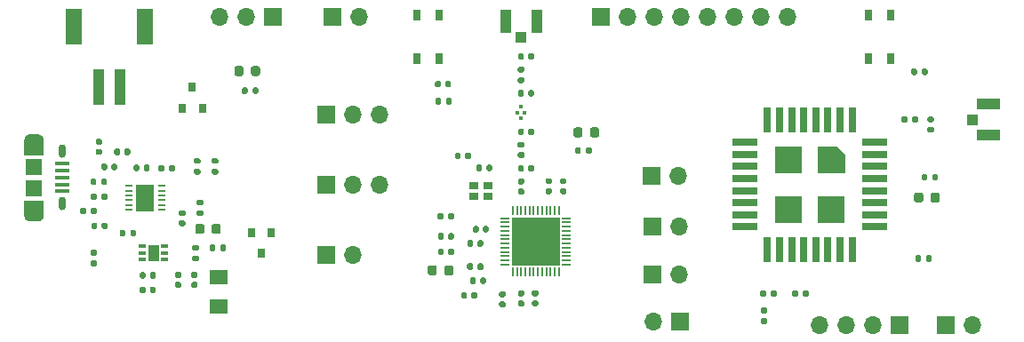
<source format=gts>
G04 #@! TF.GenerationSoftware,KiCad,Pcbnew,(5.1.8)-1*
G04 #@! TF.CreationDate,2021-03-12T19:43:42-03:00*
G04 #@! TF.ProjectId,Vaccine_Layout_V2,56616363-696e-4655-9f4c-61796f75745f,3.3*
G04 #@! TF.SameCoordinates,Original*
G04 #@! TF.FileFunction,Soldermask,Top*
G04 #@! TF.FilePolarity,Negative*
%FSLAX46Y46*%
G04 Gerber Fmt 4.6, Leading zero omitted, Abs format (unit mm)*
G04 Created by KiCad (PCBNEW (5.1.8)-1) date 2021-03-12 19:43:42*
%MOMM*%
%LPD*%
G01*
G04 APERTURE LIST*
%ADD10C,0.000100*%
%ADD11R,1.700000X1.700000*%
%ADD12O,1.700000X1.700000*%
%ADD13R,0.804800X0.203200*%
%ADD14R,0.203200X0.804800*%
%ADD15R,4.597400X4.597400*%
%ADD16R,0.750000X2.400000*%
%ADD17R,2.400000X0.750000*%
%ADD18R,2.600000X2.600000*%
%ADD19C,0.100000*%
%ADD20R,0.650000X0.250000*%
%ADD21R,1.700000X2.500000*%
%ADD22R,2.200000X1.050000*%
%ADD23R,1.050000X1.000000*%
%ADD24R,1.350000X0.400000*%
%ADD25O,0.650000X1.300000*%
%ADD26O,1.550000X0.775000*%
%ADD27R,1.550000X1.500000*%
%ADD28R,1.000000X3.500000*%
%ADD29R,1.500000X3.400000*%
%ADD30R,0.450000X0.300000*%
%ADD31R,0.300000X0.450000*%
%ADD32R,0.650000X1.050000*%
%ADD33R,1.050000X2.200000*%
%ADD34R,1.000000X1.050000*%
%ADD35R,1.800000X1.340000*%
%ADD36R,0.800000X0.900000*%
%ADD37R,0.690000X0.320000*%
%ADD38R,1.000000X1.600000*%
%ADD39R,0.850000X0.750000*%
G04 APERTURE END LIST*
D10*
G04 #@! TO.C,CN2*
G36*
X39375000Y-93520000D02*
G01*
X39375000Y-92120000D01*
X41125000Y-92120000D01*
X41125000Y-93520000D01*
X41124315Y-93546168D01*
X41122261Y-93572264D01*
X41118844Y-93598217D01*
X41114074Y-93623956D01*
X41107963Y-93649410D01*
X41100528Y-93674508D01*
X41091790Y-93699184D01*
X41081773Y-93723368D01*
X41070503Y-93746995D01*
X41058013Y-93770000D01*
X41044335Y-93792320D01*
X41029508Y-93813893D01*
X41013573Y-93834660D01*
X40996572Y-93854565D01*
X40978553Y-93873553D01*
X40959565Y-93891572D01*
X40939660Y-93908573D01*
X40918893Y-93924508D01*
X40897320Y-93939335D01*
X40875000Y-93953013D01*
X40851995Y-93965503D01*
X40828368Y-93976773D01*
X40804184Y-93986790D01*
X40779508Y-93995528D01*
X40754410Y-94002963D01*
X40728956Y-94009074D01*
X40703217Y-94013844D01*
X40677264Y-94017261D01*
X40651168Y-94019315D01*
X40625000Y-94020000D01*
X39875000Y-94020000D01*
X39848832Y-94019315D01*
X39822736Y-94017261D01*
X39796783Y-94013844D01*
X39771044Y-94009074D01*
X39745590Y-94002963D01*
X39720492Y-93995528D01*
X39695816Y-93986790D01*
X39671632Y-93976773D01*
X39648005Y-93965503D01*
X39625000Y-93953013D01*
X39602680Y-93939335D01*
X39581107Y-93924508D01*
X39560340Y-93908573D01*
X39540435Y-93891572D01*
X39521447Y-93873553D01*
X39503428Y-93854565D01*
X39486427Y-93834660D01*
X39470492Y-93813893D01*
X39455665Y-93792320D01*
X39441987Y-93770000D01*
X39429497Y-93746995D01*
X39418227Y-93723368D01*
X39408210Y-93699184D01*
X39399472Y-93674508D01*
X39392037Y-93649410D01*
X39385926Y-93623956D01*
X39381156Y-93598217D01*
X39377739Y-93572264D01*
X39375685Y-93546168D01*
X39375000Y-93520000D01*
G37*
X39375000Y-93520000D02*
X39375000Y-92120000D01*
X41125000Y-92120000D01*
X41125000Y-93520000D01*
X41124315Y-93546168D01*
X41122261Y-93572264D01*
X41118844Y-93598217D01*
X41114074Y-93623956D01*
X41107963Y-93649410D01*
X41100528Y-93674508D01*
X41091790Y-93699184D01*
X41081773Y-93723368D01*
X41070503Y-93746995D01*
X41058013Y-93770000D01*
X41044335Y-93792320D01*
X41029508Y-93813893D01*
X41013573Y-93834660D01*
X40996572Y-93854565D01*
X40978553Y-93873553D01*
X40959565Y-93891572D01*
X40939660Y-93908573D01*
X40918893Y-93924508D01*
X40897320Y-93939335D01*
X40875000Y-93953013D01*
X40851995Y-93965503D01*
X40828368Y-93976773D01*
X40804184Y-93986790D01*
X40779508Y-93995528D01*
X40754410Y-94002963D01*
X40728956Y-94009074D01*
X40703217Y-94013844D01*
X40677264Y-94017261D01*
X40651168Y-94019315D01*
X40625000Y-94020000D01*
X39875000Y-94020000D01*
X39848832Y-94019315D01*
X39822736Y-94017261D01*
X39796783Y-94013844D01*
X39771044Y-94009074D01*
X39745590Y-94002963D01*
X39720492Y-93995528D01*
X39695816Y-93986790D01*
X39671632Y-93976773D01*
X39648005Y-93965503D01*
X39625000Y-93953013D01*
X39602680Y-93939335D01*
X39581107Y-93924508D01*
X39560340Y-93908573D01*
X39540435Y-93891572D01*
X39521447Y-93873553D01*
X39503428Y-93854565D01*
X39486427Y-93834660D01*
X39470492Y-93813893D01*
X39455665Y-93792320D01*
X39441987Y-93770000D01*
X39429497Y-93746995D01*
X39418227Y-93723368D01*
X39408210Y-93699184D01*
X39399472Y-93674508D01*
X39392037Y-93649410D01*
X39385926Y-93623956D01*
X39381156Y-93598217D01*
X39377739Y-93572264D01*
X39375685Y-93546168D01*
X39375000Y-93520000D01*
G36*
X41125000Y-86320000D02*
G01*
X41125000Y-87720000D01*
X39375000Y-87720000D01*
X39375000Y-86320000D01*
X39375685Y-86293832D01*
X39377739Y-86267736D01*
X39381156Y-86241783D01*
X39385926Y-86216044D01*
X39392037Y-86190590D01*
X39399472Y-86165492D01*
X39408210Y-86140816D01*
X39418227Y-86116632D01*
X39429497Y-86093005D01*
X39441987Y-86070000D01*
X39455665Y-86047680D01*
X39470492Y-86026107D01*
X39486427Y-86005340D01*
X39503428Y-85985435D01*
X39521447Y-85966447D01*
X39540435Y-85948428D01*
X39560340Y-85931427D01*
X39581107Y-85915492D01*
X39602680Y-85900665D01*
X39625000Y-85886987D01*
X39648005Y-85874497D01*
X39671632Y-85863227D01*
X39695816Y-85853210D01*
X39720492Y-85844472D01*
X39745590Y-85837037D01*
X39771044Y-85830926D01*
X39796783Y-85826156D01*
X39822736Y-85822739D01*
X39848832Y-85820685D01*
X39875000Y-85820000D01*
X40625000Y-85820000D01*
X40651168Y-85820685D01*
X40677264Y-85822739D01*
X40703217Y-85826156D01*
X40728956Y-85830926D01*
X40754410Y-85837037D01*
X40779508Y-85844472D01*
X40804184Y-85853210D01*
X40828368Y-85863227D01*
X40851995Y-85874497D01*
X40875000Y-85886987D01*
X40897320Y-85900665D01*
X40918893Y-85915492D01*
X40939660Y-85931427D01*
X40959565Y-85948428D01*
X40978553Y-85966447D01*
X40996572Y-85985435D01*
X41013573Y-86005340D01*
X41029508Y-86026107D01*
X41044335Y-86047680D01*
X41058013Y-86070000D01*
X41070503Y-86093005D01*
X41081773Y-86116632D01*
X41091790Y-86140816D01*
X41100528Y-86165492D01*
X41107963Y-86190590D01*
X41114074Y-86216044D01*
X41118844Y-86241783D01*
X41122261Y-86267736D01*
X41124315Y-86293832D01*
X41125000Y-86320000D01*
G37*
X41125000Y-86320000D02*
X41125000Y-87720000D01*
X39375000Y-87720000D01*
X39375000Y-86320000D01*
X39375685Y-86293832D01*
X39377739Y-86267736D01*
X39381156Y-86241783D01*
X39385926Y-86216044D01*
X39392037Y-86190590D01*
X39399472Y-86165492D01*
X39408210Y-86140816D01*
X39418227Y-86116632D01*
X39429497Y-86093005D01*
X39441987Y-86070000D01*
X39455665Y-86047680D01*
X39470492Y-86026107D01*
X39486427Y-86005340D01*
X39503428Y-85985435D01*
X39521447Y-85966447D01*
X39540435Y-85948428D01*
X39560340Y-85931427D01*
X39581107Y-85915492D01*
X39602680Y-85900665D01*
X39625000Y-85886987D01*
X39648005Y-85874497D01*
X39671632Y-85863227D01*
X39695816Y-85853210D01*
X39720492Y-85844472D01*
X39745590Y-85837037D01*
X39771044Y-85830926D01*
X39796783Y-85826156D01*
X39822736Y-85822739D01*
X39848832Y-85820685D01*
X39875000Y-85820000D01*
X40625000Y-85820000D01*
X40651168Y-85820685D01*
X40677264Y-85822739D01*
X40703217Y-85826156D01*
X40728956Y-85830926D01*
X40754410Y-85837037D01*
X40779508Y-85844472D01*
X40804184Y-85853210D01*
X40828368Y-85863227D01*
X40851995Y-85874497D01*
X40875000Y-85886987D01*
X40897320Y-85900665D01*
X40918893Y-85915492D01*
X40939660Y-85931427D01*
X40959565Y-85948428D01*
X40978553Y-85966447D01*
X40996572Y-85985435D01*
X41013573Y-86005340D01*
X41029508Y-86026107D01*
X41044335Y-86047680D01*
X41058013Y-86070000D01*
X41070503Y-86093005D01*
X41081773Y-86116632D01*
X41091790Y-86140816D01*
X41100528Y-86165492D01*
X41107963Y-86190590D01*
X41114074Y-86216044D01*
X41118844Y-86241783D01*
X41122261Y-86267736D01*
X41124315Y-86293832D01*
X41125000Y-86320000D01*
G04 #@! TD*
D11*
G04 #@! TO.C,RX_Header1*
X68110000Y-90610000D03*
D12*
X70650000Y-90610000D03*
X73190000Y-90610000D03*
G04 #@! TD*
D13*
G04 #@! TO.C,U2*
X91011000Y-98205001D03*
X91011000Y-97804999D03*
X91011000Y-97405000D03*
X91011000Y-97005001D03*
X91011000Y-96604999D03*
X91011000Y-96205000D03*
X91011000Y-95805000D03*
X91011000Y-95405001D03*
X91011000Y-95004999D03*
X91011000Y-94605000D03*
X91011000Y-94205001D03*
X91011000Y-93804999D03*
D14*
X90286001Y-93080000D03*
X89885999Y-93080000D03*
X89486000Y-93080000D03*
X89086001Y-93080000D03*
X88685999Y-93080000D03*
X88286000Y-93080000D03*
X87886000Y-93080000D03*
X87486001Y-93080000D03*
X87085999Y-93080000D03*
X86686000Y-93080000D03*
X86286001Y-93080000D03*
X85885999Y-93080000D03*
D13*
X85161000Y-93804999D03*
X85161000Y-94205001D03*
X85161000Y-94605000D03*
X85161000Y-95004999D03*
X85161000Y-95405001D03*
X85161000Y-95805000D03*
X85161000Y-96205000D03*
X85161000Y-96604999D03*
X85161000Y-97005001D03*
X85161000Y-97405000D03*
X85161000Y-97804999D03*
X85161000Y-98205001D03*
D14*
X85885999Y-98930000D03*
X86286001Y-98930000D03*
X86686000Y-98930000D03*
X87085999Y-98930000D03*
X87486001Y-98930000D03*
X87886000Y-98930000D03*
X88286000Y-98930000D03*
X88685999Y-98930000D03*
X89086001Y-98930000D03*
X89486000Y-98930000D03*
X89885999Y-98930000D03*
X90286001Y-98930000D03*
D15*
X88086000Y-96005000D03*
G04 #@! TD*
G04 #@! TO.C,C17*
G36*
G01*
X78490000Y-81190000D02*
X78490000Y-80850000D01*
G75*
G02*
X78630000Y-80710000I140000J0D01*
G01*
X78910000Y-80710000D01*
G75*
G02*
X79050000Y-80850000I0J-140000D01*
G01*
X79050000Y-81190000D01*
G75*
G02*
X78910000Y-81330000I-140000J0D01*
G01*
X78630000Y-81330000D01*
G75*
G02*
X78490000Y-81190000I0J140000D01*
G01*
G37*
G36*
G01*
X79450000Y-81190000D02*
X79450000Y-80850000D01*
G75*
G02*
X79590000Y-80710000I140000J0D01*
G01*
X79870000Y-80710000D01*
G75*
G02*
X80010000Y-80850000I0J-140000D01*
G01*
X80010000Y-81190000D01*
G75*
G02*
X79870000Y-81330000I-140000J0D01*
G01*
X79590000Y-81330000D01*
G75*
G02*
X79450000Y-81190000I0J140000D01*
G01*
G37*
G04 #@! TD*
D12*
G04 #@! TO.C,Seal_Connector1*
X99240000Y-103660000D03*
D11*
X101780000Y-103660000D03*
G04 #@! TD*
D16*
G04 #@! TO.C,U1*
X118205000Y-84390000D03*
X117055000Y-84390000D03*
X115905000Y-84390000D03*
X114755000Y-84390000D03*
X113605000Y-84390000D03*
X112455000Y-84390000D03*
X111305000Y-84390000D03*
X110155000Y-84390000D03*
D17*
X107980000Y-86565000D03*
X107980000Y-87715000D03*
X107980000Y-88865000D03*
X107980000Y-90015000D03*
X107980000Y-91165000D03*
X107980000Y-92315000D03*
X107980000Y-93465000D03*
X107980000Y-94615000D03*
D16*
X110155000Y-96790000D03*
X111305000Y-96790000D03*
X112455000Y-96790000D03*
X113605000Y-96790000D03*
X114755000Y-96790000D03*
X115905000Y-96790000D03*
X117055000Y-96790000D03*
X118205000Y-96790000D03*
D17*
X120380000Y-94615000D03*
X120380000Y-93465000D03*
X120380000Y-92315000D03*
X120380000Y-91165000D03*
X120380000Y-90015000D03*
X120380000Y-88865000D03*
X120380000Y-87715000D03*
X120380000Y-86565000D03*
D18*
X116230000Y-92940000D03*
X112130000Y-88240000D03*
X112130000Y-92940000D03*
D19*
G36*
X114930000Y-89540000D02*
G01*
X114930000Y-86940000D01*
X116730000Y-86940000D01*
X117530000Y-87740000D01*
X117530000Y-89540000D01*
X114930000Y-89540000D01*
G37*
G04 #@! TD*
G04 #@! TO.C,C31*
G36*
G01*
X54570000Y-93600000D02*
X54230000Y-93600000D01*
G75*
G02*
X54090000Y-93460000I0J140000D01*
G01*
X54090000Y-93180000D01*
G75*
G02*
X54230000Y-93040000I140000J0D01*
G01*
X54570000Y-93040000D01*
G75*
G02*
X54710000Y-93180000I0J-140000D01*
G01*
X54710000Y-93460000D01*
G75*
G02*
X54570000Y-93600000I-140000J0D01*
G01*
G37*
G36*
G01*
X54570000Y-94560000D02*
X54230000Y-94560000D01*
G75*
G02*
X54090000Y-94420000I0J140000D01*
G01*
X54090000Y-94140000D01*
G75*
G02*
X54230000Y-94000000I140000J0D01*
G01*
X54570000Y-94000000D01*
G75*
G02*
X54710000Y-94140000I0J-140000D01*
G01*
X54710000Y-94420000D01*
G75*
G02*
X54570000Y-94560000I-140000J0D01*
G01*
G37*
G04 #@! TD*
G04 #@! TO.C,R30*
G36*
G01*
X55905000Y-92030000D02*
X56275000Y-92030000D01*
G75*
G02*
X56410000Y-92165000I0J-135000D01*
G01*
X56410000Y-92435000D01*
G75*
G02*
X56275000Y-92570000I-135000J0D01*
G01*
X55905000Y-92570000D01*
G75*
G02*
X55770000Y-92435000I0J135000D01*
G01*
X55770000Y-92165000D01*
G75*
G02*
X55905000Y-92030000I135000J0D01*
G01*
G37*
G36*
G01*
X55905000Y-93050000D02*
X56275000Y-93050000D01*
G75*
G02*
X56410000Y-93185000I0J-135000D01*
G01*
X56410000Y-93455000D01*
G75*
G02*
X56275000Y-93590000I-135000J0D01*
G01*
X55905000Y-93590000D01*
G75*
G02*
X55770000Y-93455000I0J135000D01*
G01*
X55770000Y-93185000D01*
G75*
G02*
X55905000Y-93050000I135000J0D01*
G01*
G37*
G04 #@! TD*
D20*
G04 #@! TO.C,U4*
X52420000Y-92985000D03*
X52420000Y-92535000D03*
X52420000Y-92085000D03*
X52420000Y-91635000D03*
X52420000Y-91185000D03*
X52420000Y-90735000D03*
X49320000Y-90735000D03*
X49320000Y-91185000D03*
X49320000Y-91635000D03*
X49320000Y-92085000D03*
X49320000Y-92535000D03*
X49320000Y-92985000D03*
D21*
X50870000Y-91860000D03*
G04 #@! TD*
G04 #@! TO.C,L1*
G36*
G01*
X123895000Y-84562500D02*
X123895000Y-84217500D01*
G75*
G02*
X124042500Y-84070000I147500J0D01*
G01*
X124337500Y-84070000D01*
G75*
G02*
X124485000Y-84217500I0J-147500D01*
G01*
X124485000Y-84562500D01*
G75*
G02*
X124337500Y-84710000I-147500J0D01*
G01*
X124042500Y-84710000D01*
G75*
G02*
X123895000Y-84562500I0J147500D01*
G01*
G37*
G36*
G01*
X122925000Y-84562500D02*
X122925000Y-84217500D01*
G75*
G02*
X123072500Y-84070000I147500J0D01*
G01*
X123367500Y-84070000D01*
G75*
G02*
X123515000Y-84217500I0J-147500D01*
G01*
X123515000Y-84562500D01*
G75*
G02*
X123367500Y-84710000I-147500J0D01*
G01*
X123072500Y-84710000D01*
G75*
G02*
X122925000Y-84562500I0J147500D01*
G01*
G37*
G04 #@! TD*
D22*
G04 #@! TO.C,CN1*
X131205000Y-82915000D03*
X131205000Y-85865000D03*
D23*
X129680000Y-84390000D03*
G04 #@! TD*
G04 #@! TO.C,C13*
G36*
G01*
X125535000Y-84110000D02*
X125875000Y-84110000D01*
G75*
G02*
X126015000Y-84250000I0J-140000D01*
G01*
X126015000Y-84530000D01*
G75*
G02*
X125875000Y-84670000I-140000J0D01*
G01*
X125535000Y-84670000D01*
G75*
G02*
X125395000Y-84530000I0J140000D01*
G01*
X125395000Y-84250000D01*
G75*
G02*
X125535000Y-84110000I140000J0D01*
G01*
G37*
G36*
G01*
X125535000Y-85070000D02*
X125875000Y-85070000D01*
G75*
G02*
X126015000Y-85210000I0J-140000D01*
G01*
X126015000Y-85490000D01*
G75*
G02*
X125875000Y-85630000I-140000J0D01*
G01*
X125535000Y-85630000D01*
G75*
G02*
X125395000Y-85490000I0J140000D01*
G01*
X125395000Y-85210000D01*
G75*
G02*
X125535000Y-85070000I140000J0D01*
G01*
G37*
G04 #@! TD*
G04 #@! TO.C,C1*
G36*
G01*
X46300000Y-86240000D02*
X46640000Y-86240000D01*
G75*
G02*
X46780000Y-86380000I0J-140000D01*
G01*
X46780000Y-86660000D01*
G75*
G02*
X46640000Y-86800000I-140000J0D01*
G01*
X46300000Y-86800000D01*
G75*
G02*
X46160000Y-86660000I0J140000D01*
G01*
X46160000Y-86380000D01*
G75*
G02*
X46300000Y-86240000I140000J0D01*
G01*
G37*
G36*
G01*
X46300000Y-87200000D02*
X46640000Y-87200000D01*
G75*
G02*
X46780000Y-87340000I0J-140000D01*
G01*
X46780000Y-87620000D01*
G75*
G02*
X46640000Y-87760000I-140000J0D01*
G01*
X46300000Y-87760000D01*
G75*
G02*
X46160000Y-87620000I0J140000D01*
G01*
X46160000Y-87340000D01*
G75*
G02*
X46300000Y-87200000I140000J0D01*
G01*
G37*
G04 #@! TD*
G04 #@! TO.C,C4*
G36*
G01*
X53840000Y-98920000D02*
X54180000Y-98920000D01*
G75*
G02*
X54320000Y-99060000I0J-140000D01*
G01*
X54320000Y-99340000D01*
G75*
G02*
X54180000Y-99480000I-140000J0D01*
G01*
X53840000Y-99480000D01*
G75*
G02*
X53700000Y-99340000I0J140000D01*
G01*
X53700000Y-99060000D01*
G75*
G02*
X53840000Y-98920000I140000J0D01*
G01*
G37*
G36*
G01*
X53840000Y-99880000D02*
X54180000Y-99880000D01*
G75*
G02*
X54320000Y-100020000I0J-140000D01*
G01*
X54320000Y-100300000D01*
G75*
G02*
X54180000Y-100440000I-140000J0D01*
G01*
X53840000Y-100440000D01*
G75*
G02*
X53700000Y-100300000I0J140000D01*
G01*
X53700000Y-100020000D01*
G75*
G02*
X53840000Y-99880000I140000J0D01*
G01*
G37*
G04 #@! TD*
G04 #@! TO.C,C5*
G36*
G01*
X55390000Y-99880000D02*
X55730000Y-99880000D01*
G75*
G02*
X55870000Y-100020000I0J-140000D01*
G01*
X55870000Y-100300000D01*
G75*
G02*
X55730000Y-100440000I-140000J0D01*
G01*
X55390000Y-100440000D01*
G75*
G02*
X55250000Y-100300000I0J140000D01*
G01*
X55250000Y-100020000D01*
G75*
G02*
X55390000Y-99880000I140000J0D01*
G01*
G37*
G36*
G01*
X55390000Y-98920000D02*
X55730000Y-98920000D01*
G75*
G02*
X55870000Y-99060000I0J-140000D01*
G01*
X55870000Y-99340000D01*
G75*
G02*
X55730000Y-99480000I-140000J0D01*
G01*
X55390000Y-99480000D01*
G75*
G02*
X55250000Y-99340000I0J140000D01*
G01*
X55250000Y-99060000D01*
G75*
G02*
X55390000Y-98920000I140000J0D01*
G01*
G37*
G04 #@! TD*
G04 #@! TO.C,C10*
G36*
G01*
X86850000Y-91540000D02*
X86510000Y-91540000D01*
G75*
G02*
X86370000Y-91400000I0J140000D01*
G01*
X86370000Y-91120000D01*
G75*
G02*
X86510000Y-90980000I140000J0D01*
G01*
X86850000Y-90980000D01*
G75*
G02*
X86990000Y-91120000I0J-140000D01*
G01*
X86990000Y-91400000D01*
G75*
G02*
X86850000Y-91540000I-140000J0D01*
G01*
G37*
G36*
G01*
X86850000Y-90580000D02*
X86510000Y-90580000D01*
G75*
G02*
X86370000Y-90440000I0J140000D01*
G01*
X86370000Y-90160000D01*
G75*
G02*
X86510000Y-90020000I140000J0D01*
G01*
X86850000Y-90020000D01*
G75*
G02*
X86990000Y-90160000I0J-140000D01*
G01*
X86990000Y-90440000D01*
G75*
G02*
X86850000Y-90580000I-140000J0D01*
G01*
G37*
G04 #@! TD*
G04 #@! TO.C,C11*
G36*
G01*
X86960000Y-88880000D02*
X86960000Y-89220000D01*
G75*
G02*
X86820000Y-89360000I-140000J0D01*
G01*
X86540000Y-89360000D01*
G75*
G02*
X86400000Y-89220000I0J140000D01*
G01*
X86400000Y-88880000D01*
G75*
G02*
X86540000Y-88740000I140000J0D01*
G01*
X86820000Y-88740000D01*
G75*
G02*
X86960000Y-88880000I0J-140000D01*
G01*
G37*
G36*
G01*
X87920000Y-88880000D02*
X87920000Y-89220000D01*
G75*
G02*
X87780000Y-89360000I-140000J0D01*
G01*
X87500000Y-89360000D01*
G75*
G02*
X87360000Y-89220000I0J140000D01*
G01*
X87360000Y-88880000D01*
G75*
G02*
X87500000Y-88740000I140000J0D01*
G01*
X87780000Y-88740000D01*
G75*
G02*
X87920000Y-88880000I0J-140000D01*
G01*
G37*
G04 #@! TD*
G04 #@! TO.C,C14*
G36*
G01*
X87920000Y-85380000D02*
X87920000Y-85720000D01*
G75*
G02*
X87780000Y-85860000I-140000J0D01*
G01*
X87500000Y-85860000D01*
G75*
G02*
X87360000Y-85720000I0J140000D01*
G01*
X87360000Y-85380000D01*
G75*
G02*
X87500000Y-85240000I140000J0D01*
G01*
X87780000Y-85240000D01*
G75*
G02*
X87920000Y-85380000I0J-140000D01*
G01*
G37*
G36*
G01*
X86960000Y-85380000D02*
X86960000Y-85720000D01*
G75*
G02*
X86820000Y-85860000I-140000J0D01*
G01*
X86540000Y-85860000D01*
G75*
G02*
X86400000Y-85720000I0J140000D01*
G01*
X86400000Y-85380000D01*
G75*
G02*
X86540000Y-85240000I140000J0D01*
G01*
X86820000Y-85240000D01*
G75*
G02*
X86960000Y-85380000I0J-140000D01*
G01*
G37*
G04 #@! TD*
G04 #@! TO.C,C15*
G36*
G01*
X80290000Y-95360000D02*
X80290000Y-95700000D01*
G75*
G02*
X80150000Y-95840000I-140000J0D01*
G01*
X79870000Y-95840000D01*
G75*
G02*
X79730000Y-95700000I0J140000D01*
G01*
X79730000Y-95360000D01*
G75*
G02*
X79870000Y-95220000I140000J0D01*
G01*
X80150000Y-95220000D01*
G75*
G02*
X80290000Y-95360000I0J-140000D01*
G01*
G37*
G36*
G01*
X79330000Y-95360000D02*
X79330000Y-95700000D01*
G75*
G02*
X79190000Y-95840000I-140000J0D01*
G01*
X78910000Y-95840000D01*
G75*
G02*
X78770000Y-95700000I0J140000D01*
G01*
X78770000Y-95360000D01*
G75*
G02*
X78910000Y-95220000I140000J0D01*
G01*
X79190000Y-95220000D01*
G75*
G02*
X79330000Y-95360000I0J-140000D01*
G01*
G37*
G04 #@! TD*
G04 #@! TO.C,C16*
G36*
G01*
X79330000Y-96840000D02*
X79330000Y-97180000D01*
G75*
G02*
X79190000Y-97320000I-140000J0D01*
G01*
X78910000Y-97320000D01*
G75*
G02*
X78770000Y-97180000I0J140000D01*
G01*
X78770000Y-96840000D01*
G75*
G02*
X78910000Y-96700000I140000J0D01*
G01*
X79190000Y-96700000D01*
G75*
G02*
X79330000Y-96840000I0J-140000D01*
G01*
G37*
G36*
G01*
X80290000Y-96840000D02*
X80290000Y-97180000D01*
G75*
G02*
X80150000Y-97320000I-140000J0D01*
G01*
X79870000Y-97320000D01*
G75*
G02*
X79730000Y-97180000I0J140000D01*
G01*
X79730000Y-96840000D01*
G75*
G02*
X79870000Y-96700000I140000J0D01*
G01*
X80150000Y-96700000D01*
G75*
G02*
X80290000Y-96840000I0J-140000D01*
G01*
G37*
G04 #@! TD*
G04 #@! TO.C,C18*
G36*
G01*
X86960000Y-81730000D02*
X86960000Y-82070000D01*
G75*
G02*
X86820000Y-82210000I-140000J0D01*
G01*
X86540000Y-82210000D01*
G75*
G02*
X86400000Y-82070000I0J140000D01*
G01*
X86400000Y-81730000D01*
G75*
G02*
X86540000Y-81590000I140000J0D01*
G01*
X86820000Y-81590000D01*
G75*
G02*
X86960000Y-81730000I0J-140000D01*
G01*
G37*
G36*
G01*
X87920000Y-81730000D02*
X87920000Y-82070000D01*
G75*
G02*
X87780000Y-82210000I-140000J0D01*
G01*
X87500000Y-82210000D01*
G75*
G02*
X87360000Y-82070000I0J140000D01*
G01*
X87360000Y-81730000D01*
G75*
G02*
X87500000Y-81590000I140000J0D01*
G01*
X87780000Y-81590000D01*
G75*
G02*
X87920000Y-81730000I0J-140000D01*
G01*
G37*
G04 #@! TD*
G04 #@! TO.C,C19*
G36*
G01*
X81540000Y-101000000D02*
X81540000Y-101340000D01*
G75*
G02*
X81400000Y-101480000I-140000J0D01*
G01*
X81120000Y-101480000D01*
G75*
G02*
X80980000Y-101340000I0J140000D01*
G01*
X80980000Y-101000000D01*
G75*
G02*
X81120000Y-100860000I140000J0D01*
G01*
X81400000Y-100860000D01*
G75*
G02*
X81540000Y-101000000I0J-140000D01*
G01*
G37*
G36*
G01*
X82500000Y-101000000D02*
X82500000Y-101340000D01*
G75*
G02*
X82360000Y-101480000I-140000J0D01*
G01*
X82080000Y-101480000D01*
G75*
G02*
X81940000Y-101340000I0J140000D01*
G01*
X81940000Y-101000000D01*
G75*
G02*
X82080000Y-100860000I140000J0D01*
G01*
X82360000Y-100860000D01*
G75*
G02*
X82500000Y-101000000I0J-140000D01*
G01*
G37*
G04 #@! TD*
G04 #@! TO.C,C20*
G36*
G01*
X86516000Y-100680000D02*
X86856000Y-100680000D01*
G75*
G02*
X86996000Y-100820000I0J-140000D01*
G01*
X86996000Y-101100000D01*
G75*
G02*
X86856000Y-101240000I-140000J0D01*
G01*
X86516000Y-101240000D01*
G75*
G02*
X86376000Y-101100000I0J140000D01*
G01*
X86376000Y-100820000D01*
G75*
G02*
X86516000Y-100680000I140000J0D01*
G01*
G37*
G36*
G01*
X86516000Y-101640000D02*
X86856000Y-101640000D01*
G75*
G02*
X86996000Y-101780000I0J-140000D01*
G01*
X86996000Y-102060000D01*
G75*
G02*
X86856000Y-102200000I-140000J0D01*
G01*
X86516000Y-102200000D01*
G75*
G02*
X86376000Y-102060000I0J140000D01*
G01*
X86376000Y-101780000D01*
G75*
G02*
X86516000Y-101640000I140000J0D01*
G01*
G37*
G04 #@! TD*
G04 #@! TO.C,C21*
G36*
G01*
X83340000Y-99590000D02*
X83340000Y-99930000D01*
G75*
G02*
X83200000Y-100070000I-140000J0D01*
G01*
X82920000Y-100070000D01*
G75*
G02*
X82780000Y-99930000I0J140000D01*
G01*
X82780000Y-99590000D01*
G75*
G02*
X82920000Y-99450000I140000J0D01*
G01*
X83200000Y-99450000D01*
G75*
G02*
X83340000Y-99590000I0J-140000D01*
G01*
G37*
G36*
G01*
X82380000Y-99590000D02*
X82380000Y-99930000D01*
G75*
G02*
X82240000Y-100070000I-140000J0D01*
G01*
X81960000Y-100070000D01*
G75*
G02*
X81820000Y-99930000I0J140000D01*
G01*
X81820000Y-99590000D01*
G75*
G02*
X81960000Y-99450000I140000J0D01*
G01*
X82240000Y-99450000D01*
G75*
G02*
X82380000Y-99590000I0J-140000D01*
G01*
G37*
G04 #@! TD*
G04 #@! TO.C,C22*
G36*
G01*
X86960000Y-78210000D02*
X86960000Y-78550000D01*
G75*
G02*
X86820000Y-78690000I-140000J0D01*
G01*
X86540000Y-78690000D01*
G75*
G02*
X86400000Y-78550000I0J140000D01*
G01*
X86400000Y-78210000D01*
G75*
G02*
X86540000Y-78070000I140000J0D01*
G01*
X86820000Y-78070000D01*
G75*
G02*
X86960000Y-78210000I0J-140000D01*
G01*
G37*
G36*
G01*
X87920000Y-78210000D02*
X87920000Y-78550000D01*
G75*
G02*
X87780000Y-78690000I-140000J0D01*
G01*
X87500000Y-78690000D01*
G75*
G02*
X87360000Y-78550000I0J140000D01*
G01*
X87360000Y-78210000D01*
G75*
G02*
X87500000Y-78070000I140000J0D01*
G01*
X87780000Y-78070000D01*
G75*
G02*
X87920000Y-78210000I0J-140000D01*
G01*
G37*
G04 #@! TD*
G04 #@! TO.C,C23*
G36*
G01*
X90860000Y-90540000D02*
X90520000Y-90540000D01*
G75*
G02*
X90380000Y-90400000I0J140000D01*
G01*
X90380000Y-90120000D01*
G75*
G02*
X90520000Y-89980000I140000J0D01*
G01*
X90860000Y-89980000D01*
G75*
G02*
X91000000Y-90120000I0J-140000D01*
G01*
X91000000Y-90400000D01*
G75*
G02*
X90860000Y-90540000I-140000J0D01*
G01*
G37*
G36*
G01*
X90860000Y-91500000D02*
X90520000Y-91500000D01*
G75*
G02*
X90380000Y-91360000I0J140000D01*
G01*
X90380000Y-91080000D01*
G75*
G02*
X90520000Y-90940000I140000J0D01*
G01*
X90860000Y-90940000D01*
G75*
G02*
X91000000Y-91080000I0J-140000D01*
G01*
X91000000Y-91360000D01*
G75*
G02*
X90860000Y-91500000I-140000J0D01*
G01*
G37*
G04 #@! TD*
G04 #@! TO.C,C24*
G36*
G01*
X80930000Y-87680000D02*
X80930000Y-88020000D01*
G75*
G02*
X80790000Y-88160000I-140000J0D01*
G01*
X80510000Y-88160000D01*
G75*
G02*
X80370000Y-88020000I0J140000D01*
G01*
X80370000Y-87680000D01*
G75*
G02*
X80510000Y-87540000I140000J0D01*
G01*
X80790000Y-87540000D01*
G75*
G02*
X80930000Y-87680000I0J-140000D01*
G01*
G37*
G36*
G01*
X81890000Y-87680000D02*
X81890000Y-88020000D01*
G75*
G02*
X81750000Y-88160000I-140000J0D01*
G01*
X81470000Y-88160000D01*
G75*
G02*
X81330000Y-88020000I0J140000D01*
G01*
X81330000Y-87680000D01*
G75*
G02*
X81470000Y-87540000I140000J0D01*
G01*
X81750000Y-87540000D01*
G75*
G02*
X81890000Y-87680000I0J-140000D01*
G01*
G37*
G04 #@! TD*
G04 #@! TO.C,C25*
G36*
G01*
X89490000Y-91500000D02*
X89150000Y-91500000D01*
G75*
G02*
X89010000Y-91360000I0J140000D01*
G01*
X89010000Y-91080000D01*
G75*
G02*
X89150000Y-90940000I140000J0D01*
G01*
X89490000Y-90940000D01*
G75*
G02*
X89630000Y-91080000I0J-140000D01*
G01*
X89630000Y-91360000D01*
G75*
G02*
X89490000Y-91500000I-140000J0D01*
G01*
G37*
G36*
G01*
X89490000Y-90540000D02*
X89150000Y-90540000D01*
G75*
G02*
X89010000Y-90400000I0J140000D01*
G01*
X89010000Y-90120000D01*
G75*
G02*
X89150000Y-89980000I140000J0D01*
G01*
X89490000Y-89980000D01*
G75*
G02*
X89630000Y-90120000I0J-140000D01*
G01*
X89630000Y-90400000D01*
G75*
G02*
X89490000Y-90540000I-140000J0D01*
G01*
G37*
G04 #@! TD*
G04 #@! TO.C,C26*
G36*
G01*
X83930000Y-88830000D02*
X83930000Y-89170000D01*
G75*
G02*
X83790000Y-89310000I-140000J0D01*
G01*
X83510000Y-89310000D01*
G75*
G02*
X83370000Y-89170000I0J140000D01*
G01*
X83370000Y-88830000D01*
G75*
G02*
X83510000Y-88690000I140000J0D01*
G01*
X83790000Y-88690000D01*
G75*
G02*
X83930000Y-88830000I0J-140000D01*
G01*
G37*
G36*
G01*
X82970000Y-88830000D02*
X82970000Y-89170000D01*
G75*
G02*
X82830000Y-89310000I-140000J0D01*
G01*
X82550000Y-89310000D01*
G75*
G02*
X82410000Y-89170000I0J140000D01*
G01*
X82410000Y-88830000D01*
G75*
G02*
X82550000Y-88690000I140000J0D01*
G01*
X82830000Y-88690000D01*
G75*
G02*
X82970000Y-88830000I0J-140000D01*
G01*
G37*
G04 #@! TD*
G04 #@! TO.C,C27*
G36*
G01*
X84730000Y-101730000D02*
X85070000Y-101730000D01*
G75*
G02*
X85210000Y-101870000I0J-140000D01*
G01*
X85210000Y-102150000D01*
G75*
G02*
X85070000Y-102290000I-140000J0D01*
G01*
X84730000Y-102290000D01*
G75*
G02*
X84590000Y-102150000I0J140000D01*
G01*
X84590000Y-101870000D01*
G75*
G02*
X84730000Y-101730000I140000J0D01*
G01*
G37*
G36*
G01*
X84730000Y-100770000D02*
X85070000Y-100770000D01*
G75*
G02*
X85210000Y-100910000I0J-140000D01*
G01*
X85210000Y-101190000D01*
G75*
G02*
X85070000Y-101330000I-140000J0D01*
G01*
X84730000Y-101330000D01*
G75*
G02*
X84590000Y-101190000I0J140000D01*
G01*
X84590000Y-100910000D01*
G75*
G02*
X84730000Y-100770000I140000J0D01*
G01*
G37*
G04 #@! TD*
G04 #@! TO.C,C28*
G36*
G01*
X82520000Y-96375000D02*
X82520000Y-96035000D01*
G75*
G02*
X82660000Y-95895000I140000J0D01*
G01*
X82940000Y-95895000D01*
G75*
G02*
X83080000Y-96035000I0J-140000D01*
G01*
X83080000Y-96375000D01*
G75*
G02*
X82940000Y-96515000I-140000J0D01*
G01*
X82660000Y-96515000D01*
G75*
G02*
X82520000Y-96375000I0J140000D01*
G01*
G37*
G36*
G01*
X81560000Y-96375000D02*
X81560000Y-96035000D01*
G75*
G02*
X81700000Y-95895000I140000J0D01*
G01*
X81980000Y-95895000D01*
G75*
G02*
X82120000Y-96035000I0J-140000D01*
G01*
X82120000Y-96375000D01*
G75*
G02*
X81980000Y-96515000I-140000J0D01*
G01*
X81700000Y-96515000D01*
G75*
G02*
X81560000Y-96375000I0J140000D01*
G01*
G37*
G04 #@! TD*
G04 #@! TO.C,C29*
G36*
G01*
X83610000Y-94680000D02*
X83610000Y-95020000D01*
G75*
G02*
X83470000Y-95160000I-140000J0D01*
G01*
X83190000Y-95160000D01*
G75*
G02*
X83050000Y-95020000I0J140000D01*
G01*
X83050000Y-94680000D01*
G75*
G02*
X83190000Y-94540000I140000J0D01*
G01*
X83470000Y-94540000D01*
G75*
G02*
X83610000Y-94680000I0J-140000D01*
G01*
G37*
G36*
G01*
X82650000Y-94680000D02*
X82650000Y-95020000D01*
G75*
G02*
X82510000Y-95160000I-140000J0D01*
G01*
X82230000Y-95160000D01*
G75*
G02*
X82090000Y-95020000I0J140000D01*
G01*
X82090000Y-94680000D01*
G75*
G02*
X82230000Y-94540000I140000J0D01*
G01*
X82510000Y-94540000D01*
G75*
G02*
X82650000Y-94680000I0J-140000D01*
G01*
G37*
G04 #@! TD*
G04 #@! TO.C,C30*
G36*
G01*
X88190000Y-101240000D02*
X87850000Y-101240000D01*
G75*
G02*
X87710000Y-101100000I0J140000D01*
G01*
X87710000Y-100820000D01*
G75*
G02*
X87850000Y-100680000I140000J0D01*
G01*
X88190000Y-100680000D01*
G75*
G02*
X88330000Y-100820000I0J-140000D01*
G01*
X88330000Y-101100000D01*
G75*
G02*
X88190000Y-101240000I-140000J0D01*
G01*
G37*
G36*
G01*
X88190000Y-102200000D02*
X87850000Y-102200000D01*
G75*
G02*
X87710000Y-102060000I0J140000D01*
G01*
X87710000Y-101780000D01*
G75*
G02*
X87850000Y-101640000I140000J0D01*
G01*
X88190000Y-101640000D01*
G75*
G02*
X88330000Y-101780000I0J-140000D01*
G01*
X88330000Y-102060000D01*
G75*
G02*
X88190000Y-102200000I-140000J0D01*
G01*
G37*
G04 #@! TD*
D24*
G04 #@! TO.C,CN2*
X42950000Y-88620000D03*
X42950000Y-89270000D03*
X42950000Y-89920000D03*
X42950000Y-90570000D03*
X42950000Y-91220000D03*
D25*
X42950000Y-87420000D03*
X42950000Y-92420000D03*
D26*
X40250000Y-86420000D03*
D27*
X40250000Y-88920000D03*
X40250000Y-90920000D03*
D26*
X40250000Y-93420000D03*
G04 #@! TD*
D28*
G04 #@! TO.C,CN3*
X46460000Y-81310000D03*
X48460000Y-81310000D03*
D29*
X44110000Y-75560000D03*
X50810000Y-75560000D03*
G04 #@! TD*
G04 #@! TO.C,D3*
G36*
G01*
X92550000Y-85363750D02*
X92550000Y-85876250D01*
G75*
G02*
X92331250Y-86095000I-218750J0D01*
G01*
X91893750Y-86095000D01*
G75*
G02*
X91675000Y-85876250I0J218750D01*
G01*
X91675000Y-85363750D01*
G75*
G02*
X91893750Y-85145000I218750J0D01*
G01*
X92331250Y-85145000D01*
G75*
G02*
X92550000Y-85363750I0J-218750D01*
G01*
G37*
G36*
G01*
X94125000Y-85363750D02*
X94125000Y-85876250D01*
G75*
G02*
X93906250Y-86095000I-218750J0D01*
G01*
X93468750Y-86095000D01*
G75*
G02*
X93250000Y-85876250I0J218750D01*
G01*
X93250000Y-85363750D01*
G75*
G02*
X93468750Y-85145000I218750J0D01*
G01*
X93906250Y-85145000D01*
G75*
G02*
X94125000Y-85363750I0J-218750D01*
G01*
G37*
G04 #@! TD*
G04 #@! TO.C,D4*
G36*
G01*
X124115000Y-92086250D02*
X124115000Y-91573750D01*
G75*
G02*
X124333750Y-91355000I218750J0D01*
G01*
X124771250Y-91355000D01*
G75*
G02*
X124990000Y-91573750I0J-218750D01*
G01*
X124990000Y-92086250D01*
G75*
G02*
X124771250Y-92305000I-218750J0D01*
G01*
X124333750Y-92305000D01*
G75*
G02*
X124115000Y-92086250I0J218750D01*
G01*
G37*
G36*
G01*
X125690000Y-92086250D02*
X125690000Y-91573750D01*
G75*
G02*
X125908750Y-91355000I218750J0D01*
G01*
X126346250Y-91355000D01*
G75*
G02*
X126565000Y-91573750I0J-218750D01*
G01*
X126565000Y-92086250D01*
G75*
G02*
X126346250Y-92305000I-218750J0D01*
G01*
X125908750Y-92305000D01*
G75*
G02*
X125690000Y-92086250I0J218750D01*
G01*
G37*
G04 #@! TD*
D11*
G04 #@! TO.C,Display_Connector1*
X94280000Y-74650000D03*
D12*
X96820000Y-74650000D03*
X99360000Y-74650000D03*
X101900000Y-74650000D03*
X104440000Y-74650000D03*
X106980000Y-74650000D03*
X109520000Y-74650000D03*
X112060000Y-74650000D03*
G04 #@! TD*
D30*
G04 #@! TO.C,FL1*
X87005000Y-83725000D03*
D31*
X86680000Y-84300000D03*
D30*
X86355000Y-83725000D03*
D31*
X86680000Y-83150000D03*
G04 #@! TD*
D12*
G04 #@! TO.C,HT_SWD_CONNECTOR1*
X115150000Y-103950000D03*
X117690000Y-103950000D03*
X120230000Y-103950000D03*
D11*
X122770000Y-103950000D03*
G04 #@! TD*
G04 #@! TO.C,JP1*
X99130000Y-89770000D03*
D12*
X101670000Y-89770000D03*
G04 #@! TD*
G04 #@! TO.C,JP3*
X101757000Y-94602000D03*
D11*
X99217000Y-94602000D03*
G04 #@! TD*
G04 #@! TO.C,JP4*
X99210000Y-99160000D03*
D12*
X101750000Y-99160000D03*
G04 #@! TD*
G04 #@! TO.C,L2*
G36*
G01*
X82130000Y-98237500D02*
X82130000Y-98582500D01*
G75*
G02*
X81982500Y-98730000I-147500J0D01*
G01*
X81687500Y-98730000D01*
G75*
G02*
X81540000Y-98582500I0J147500D01*
G01*
X81540000Y-98237500D01*
G75*
G02*
X81687500Y-98090000I147500J0D01*
G01*
X81982500Y-98090000D01*
G75*
G02*
X82130000Y-98237500I0J-147500D01*
G01*
G37*
G36*
G01*
X83100000Y-98237500D02*
X83100000Y-98582500D01*
G75*
G02*
X82952500Y-98730000I-147500J0D01*
G01*
X82657500Y-98730000D01*
G75*
G02*
X82510000Y-98582500I0J147500D01*
G01*
X82510000Y-98237500D01*
G75*
G02*
X82657500Y-98090000I147500J0D01*
G01*
X82952500Y-98090000D01*
G75*
G02*
X83100000Y-98237500I0J-147500D01*
G01*
G37*
G04 #@! TD*
G04 #@! TO.C,L3*
G36*
G01*
X80235000Y-98513750D02*
X80235000Y-99026250D01*
G75*
G02*
X80016250Y-99245000I-218750J0D01*
G01*
X79578750Y-99245000D01*
G75*
G02*
X79360000Y-99026250I0J218750D01*
G01*
X79360000Y-98513750D01*
G75*
G02*
X79578750Y-98295000I218750J0D01*
G01*
X80016250Y-98295000D01*
G75*
G02*
X80235000Y-98513750I0J-218750D01*
G01*
G37*
G36*
G01*
X78660000Y-98513750D02*
X78660000Y-99026250D01*
G75*
G02*
X78441250Y-99245000I-218750J0D01*
G01*
X78003750Y-99245000D01*
G75*
G02*
X77785000Y-99026250I0J218750D01*
G01*
X77785000Y-98513750D01*
G75*
G02*
X78003750Y-98295000I218750J0D01*
G01*
X78441250Y-98295000D01*
G75*
G02*
X78660000Y-98513750I0J-218750D01*
G01*
G37*
G04 #@! TD*
G04 #@! TO.C,L4*
G36*
G01*
X86852500Y-88065000D02*
X86507500Y-88065000D01*
G75*
G02*
X86360000Y-87917500I0J147500D01*
G01*
X86360000Y-87622500D01*
G75*
G02*
X86507500Y-87475000I147500J0D01*
G01*
X86852500Y-87475000D01*
G75*
G02*
X87000000Y-87622500I0J-147500D01*
G01*
X87000000Y-87917500D01*
G75*
G02*
X86852500Y-88065000I-147500J0D01*
G01*
G37*
G36*
G01*
X86852500Y-87095000D02*
X86507500Y-87095000D01*
G75*
G02*
X86360000Y-86947500I0J147500D01*
G01*
X86360000Y-86652500D01*
G75*
G02*
X86507500Y-86505000I147500J0D01*
G01*
X86852500Y-86505000D01*
G75*
G02*
X87000000Y-86652500I0J-147500D01*
G01*
X87000000Y-86947500D01*
G75*
G02*
X86852500Y-87095000I-147500J0D01*
G01*
G37*
G04 #@! TD*
G04 #@! TO.C,R1*
G36*
G01*
X46230000Y-90145000D02*
X46230000Y-90515000D01*
G75*
G02*
X46095000Y-90650000I-135000J0D01*
G01*
X45825000Y-90650000D01*
G75*
G02*
X45690000Y-90515000I0J135000D01*
G01*
X45690000Y-90145000D01*
G75*
G02*
X45825000Y-90010000I135000J0D01*
G01*
X46095000Y-90010000D01*
G75*
G02*
X46230000Y-90145000I0J-135000D01*
G01*
G37*
G36*
G01*
X47250000Y-90145000D02*
X47250000Y-90515000D01*
G75*
G02*
X47115000Y-90650000I-135000J0D01*
G01*
X46845000Y-90650000D01*
G75*
G02*
X46710000Y-90515000I0J135000D01*
G01*
X46710000Y-90145000D01*
G75*
G02*
X46845000Y-90010000I135000J0D01*
G01*
X47115000Y-90010000D01*
G75*
G02*
X47250000Y-90145000I0J-135000D01*
G01*
G37*
G04 #@! TD*
G04 #@! TO.C,R2*
G36*
G01*
X47270000Y-91575000D02*
X47270000Y-91945000D01*
G75*
G02*
X47135000Y-92080000I-135000J0D01*
G01*
X46865000Y-92080000D01*
G75*
G02*
X46730000Y-91945000I0J135000D01*
G01*
X46730000Y-91575000D01*
G75*
G02*
X46865000Y-91440000I135000J0D01*
G01*
X47135000Y-91440000D01*
G75*
G02*
X47270000Y-91575000I0J-135000D01*
G01*
G37*
G36*
G01*
X46250000Y-91575000D02*
X46250000Y-91945000D01*
G75*
G02*
X46115000Y-92080000I-135000J0D01*
G01*
X45845000Y-92080000D01*
G75*
G02*
X45710000Y-91945000I0J135000D01*
G01*
X45710000Y-91575000D01*
G75*
G02*
X45845000Y-91440000I135000J0D01*
G01*
X46115000Y-91440000D01*
G75*
G02*
X46250000Y-91575000I0J-135000D01*
G01*
G37*
G04 #@! TD*
G04 #@! TO.C,R3*
G36*
G01*
X46260000Y-92925000D02*
X46260000Y-93295000D01*
G75*
G02*
X46125000Y-93430000I-135000J0D01*
G01*
X45855000Y-93430000D01*
G75*
G02*
X45720000Y-93295000I0J135000D01*
G01*
X45720000Y-92925000D01*
G75*
G02*
X45855000Y-92790000I135000J0D01*
G01*
X46125000Y-92790000D01*
G75*
G02*
X46260000Y-92925000I0J-135000D01*
G01*
G37*
G36*
G01*
X45240000Y-92925000D02*
X45240000Y-93295000D01*
G75*
G02*
X45105000Y-93430000I-135000J0D01*
G01*
X44835000Y-93430000D01*
G75*
G02*
X44700000Y-93295000I0J135000D01*
G01*
X44700000Y-92925000D01*
G75*
G02*
X44835000Y-92790000I135000J0D01*
G01*
X45105000Y-92790000D01*
G75*
G02*
X45240000Y-92925000I0J-135000D01*
G01*
G37*
G04 #@! TD*
G04 #@! TO.C,R4*
G36*
G01*
X109460000Y-101175000D02*
X109460000Y-100805000D01*
G75*
G02*
X109595000Y-100670000I135000J0D01*
G01*
X109865000Y-100670000D01*
G75*
G02*
X110000000Y-100805000I0J-135000D01*
G01*
X110000000Y-101175000D01*
G75*
G02*
X109865000Y-101310000I-135000J0D01*
G01*
X109595000Y-101310000D01*
G75*
G02*
X109460000Y-101175000I0J135000D01*
G01*
G37*
G36*
G01*
X110480000Y-101175000D02*
X110480000Y-100805000D01*
G75*
G02*
X110615000Y-100670000I135000J0D01*
G01*
X110885000Y-100670000D01*
G75*
G02*
X111020000Y-100805000I0J-135000D01*
G01*
X111020000Y-101175000D01*
G75*
G02*
X110885000Y-101310000I-135000J0D01*
G01*
X110615000Y-101310000D01*
G75*
G02*
X110480000Y-101175000I0J135000D01*
G01*
G37*
G04 #@! TD*
G04 #@! TO.C,R12*
G36*
G01*
X92860000Y-87545000D02*
X92860000Y-87175000D01*
G75*
G02*
X92995000Y-87040000I135000J0D01*
G01*
X93265000Y-87040000D01*
G75*
G02*
X93400000Y-87175000I0J-135000D01*
G01*
X93400000Y-87545000D01*
G75*
G02*
X93265000Y-87680000I-135000J0D01*
G01*
X92995000Y-87680000D01*
G75*
G02*
X92860000Y-87545000I0J135000D01*
G01*
G37*
G36*
G01*
X91840000Y-87545000D02*
X91840000Y-87175000D01*
G75*
G02*
X91975000Y-87040000I135000J0D01*
G01*
X92245000Y-87040000D01*
G75*
G02*
X92380000Y-87175000I0J-135000D01*
G01*
X92380000Y-87545000D01*
G75*
G02*
X92245000Y-87680000I-135000J0D01*
G01*
X91975000Y-87680000D01*
G75*
G02*
X91840000Y-87545000I0J135000D01*
G01*
G37*
G04 #@! TD*
G04 #@! TO.C,R15*
G36*
G01*
X125380000Y-89705000D02*
X125380000Y-90075000D01*
G75*
G02*
X125245000Y-90210000I-135000J0D01*
G01*
X124975000Y-90210000D01*
G75*
G02*
X124840000Y-90075000I0J135000D01*
G01*
X124840000Y-89705000D01*
G75*
G02*
X124975000Y-89570000I135000J0D01*
G01*
X125245000Y-89570000D01*
G75*
G02*
X125380000Y-89705000I0J-135000D01*
G01*
G37*
G36*
G01*
X126400000Y-89705000D02*
X126400000Y-90075000D01*
G75*
G02*
X126265000Y-90210000I-135000J0D01*
G01*
X125995000Y-90210000D01*
G75*
G02*
X125860000Y-90075000I0J135000D01*
G01*
X125860000Y-89705000D01*
G75*
G02*
X125995000Y-89570000I135000J0D01*
G01*
X126265000Y-89570000D01*
G75*
G02*
X126400000Y-89705000I0J-135000D01*
G01*
G37*
G04 #@! TD*
G04 #@! TO.C,R19*
G36*
G01*
X109635000Y-103330000D02*
X110005000Y-103330000D01*
G75*
G02*
X110140000Y-103465000I0J-135000D01*
G01*
X110140000Y-103735000D01*
G75*
G02*
X110005000Y-103870000I-135000J0D01*
G01*
X109635000Y-103870000D01*
G75*
G02*
X109500000Y-103735000I0J135000D01*
G01*
X109500000Y-103465000D01*
G75*
G02*
X109635000Y-103330000I135000J0D01*
G01*
G37*
G36*
G01*
X109635000Y-102310000D02*
X110005000Y-102310000D01*
G75*
G02*
X110140000Y-102445000I0J-135000D01*
G01*
X110140000Y-102715000D01*
G75*
G02*
X110005000Y-102850000I-135000J0D01*
G01*
X109635000Y-102850000D01*
G75*
G02*
X109500000Y-102715000I0J135000D01*
G01*
X109500000Y-102445000D01*
G75*
G02*
X109635000Y-102310000I135000J0D01*
G01*
G37*
G04 #@! TD*
G04 #@! TO.C,R22*
G36*
G01*
X78720000Y-93795000D02*
X78720000Y-93425000D01*
G75*
G02*
X78855000Y-93290000I135000J0D01*
G01*
X79125000Y-93290000D01*
G75*
G02*
X79260000Y-93425000I0J-135000D01*
G01*
X79260000Y-93795000D01*
G75*
G02*
X79125000Y-93930000I-135000J0D01*
G01*
X78855000Y-93930000D01*
G75*
G02*
X78720000Y-93795000I0J135000D01*
G01*
G37*
G36*
G01*
X79740000Y-93795000D02*
X79740000Y-93425000D01*
G75*
G02*
X79875000Y-93290000I135000J0D01*
G01*
X80145000Y-93290000D01*
G75*
G02*
X80280000Y-93425000I0J-135000D01*
G01*
X80280000Y-93795000D01*
G75*
G02*
X80145000Y-93930000I-135000J0D01*
G01*
X79875000Y-93930000D01*
G75*
G02*
X79740000Y-93795000I0J135000D01*
G01*
G37*
G04 #@! TD*
G04 #@! TO.C,R26*
G36*
G01*
X123850000Y-80035000D02*
X123850000Y-79665000D01*
G75*
G02*
X123985000Y-79530000I135000J0D01*
G01*
X124255000Y-79530000D01*
G75*
G02*
X124390000Y-79665000I0J-135000D01*
G01*
X124390000Y-80035000D01*
G75*
G02*
X124255000Y-80170000I-135000J0D01*
G01*
X123985000Y-80170000D01*
G75*
G02*
X123850000Y-80035000I0J135000D01*
G01*
G37*
G36*
G01*
X124870000Y-80035000D02*
X124870000Y-79665000D01*
G75*
G02*
X125005000Y-79530000I135000J0D01*
G01*
X125275000Y-79530000D01*
G75*
G02*
X125410000Y-79665000I0J-135000D01*
G01*
X125410000Y-80035000D01*
G75*
G02*
X125275000Y-80170000I-135000J0D01*
G01*
X125005000Y-80170000D01*
G75*
G02*
X124870000Y-80035000I0J135000D01*
G01*
G37*
G04 #@! TD*
G04 #@! TO.C,R27*
G36*
G01*
X86865000Y-80920000D02*
X86495000Y-80920000D01*
G75*
G02*
X86360000Y-80785000I0J135000D01*
G01*
X86360000Y-80515000D01*
G75*
G02*
X86495000Y-80380000I135000J0D01*
G01*
X86865000Y-80380000D01*
G75*
G02*
X87000000Y-80515000I0J-135000D01*
G01*
X87000000Y-80785000D01*
G75*
G02*
X86865000Y-80920000I-135000J0D01*
G01*
G37*
G36*
G01*
X86865000Y-79900000D02*
X86495000Y-79900000D01*
G75*
G02*
X86360000Y-79765000I0J135000D01*
G01*
X86360000Y-79495000D01*
G75*
G02*
X86495000Y-79360000I135000J0D01*
G01*
X86865000Y-79360000D01*
G75*
G02*
X87000000Y-79495000I0J-135000D01*
G01*
X87000000Y-79765000D01*
G75*
G02*
X86865000Y-79900000I-135000J0D01*
G01*
G37*
G04 #@! TD*
D32*
G04 #@! TO.C,SW2*
X121915000Y-74435000D03*
X121915000Y-78585000D03*
X119765000Y-74435000D03*
X119765000Y-78585000D03*
G04 #@! TD*
D33*
G04 #@! TO.C,CN5*
X85205000Y-75030000D03*
X88155000Y-75030000D03*
D34*
X86680000Y-76555000D03*
G04 #@! TD*
D11*
G04 #@! TO.C,AD_Connector1*
X127100000Y-103970000D03*
D12*
X129640000Y-103970000D03*
G04 #@! TD*
G04 #@! TO.C,R28*
G36*
G01*
X124240000Y-97835000D02*
X124240000Y-97465000D01*
G75*
G02*
X124375000Y-97330000I135000J0D01*
G01*
X124645000Y-97330000D01*
G75*
G02*
X124780000Y-97465000I0J-135000D01*
G01*
X124780000Y-97835000D01*
G75*
G02*
X124645000Y-97970000I-135000J0D01*
G01*
X124375000Y-97970000D01*
G75*
G02*
X124240000Y-97835000I0J135000D01*
G01*
G37*
G36*
G01*
X125260000Y-97835000D02*
X125260000Y-97465000D01*
G75*
G02*
X125395000Y-97330000I135000J0D01*
G01*
X125665000Y-97330000D01*
G75*
G02*
X125800000Y-97465000I0J-135000D01*
G01*
X125800000Y-97835000D01*
G75*
G02*
X125665000Y-97970000I-135000J0D01*
G01*
X125395000Y-97970000D01*
G75*
G02*
X125260000Y-97835000I0J135000D01*
G01*
G37*
G04 #@! TD*
G04 #@! TO.C,R23*
G36*
G01*
X80060000Y-82475000D02*
X80060000Y-82845000D01*
G75*
G02*
X79925000Y-82980000I-135000J0D01*
G01*
X79655000Y-82980000D01*
G75*
G02*
X79520000Y-82845000I0J135000D01*
G01*
X79520000Y-82475000D01*
G75*
G02*
X79655000Y-82340000I135000J0D01*
G01*
X79925000Y-82340000D01*
G75*
G02*
X80060000Y-82475000I0J-135000D01*
G01*
G37*
G36*
G01*
X79040000Y-82475000D02*
X79040000Y-82845000D01*
G75*
G02*
X78905000Y-82980000I-135000J0D01*
G01*
X78635000Y-82980000D01*
G75*
G02*
X78500000Y-82845000I0J135000D01*
G01*
X78500000Y-82475000D01*
G75*
G02*
X78635000Y-82340000I135000J0D01*
G01*
X78905000Y-82340000D01*
G75*
G02*
X79040000Y-82475000I0J-135000D01*
G01*
G37*
G04 #@! TD*
D32*
G04 #@! TO.C,SW3*
X78905000Y-74435000D03*
X78905000Y-78585000D03*
X76755000Y-74435000D03*
X76755000Y-78585000D03*
G04 #@! TD*
G04 #@! TO.C,C2*
G36*
G01*
X46700000Y-89080000D02*
X46700000Y-88740000D01*
G75*
G02*
X46840000Y-88600000I140000J0D01*
G01*
X47120000Y-88600000D01*
G75*
G02*
X47260000Y-88740000I0J-140000D01*
G01*
X47260000Y-89080000D01*
G75*
G02*
X47120000Y-89220000I-140000J0D01*
G01*
X46840000Y-89220000D01*
G75*
G02*
X46700000Y-89080000I0J140000D01*
G01*
G37*
G36*
G01*
X47660000Y-89080000D02*
X47660000Y-88740000D01*
G75*
G02*
X47800000Y-88600000I140000J0D01*
G01*
X48080000Y-88600000D01*
G75*
G02*
X48220000Y-88740000I0J-140000D01*
G01*
X48220000Y-89080000D01*
G75*
G02*
X48080000Y-89220000I-140000J0D01*
G01*
X47800000Y-89220000D01*
G75*
G02*
X47660000Y-89080000I0J140000D01*
G01*
G37*
G04 #@! TD*
G04 #@! TO.C,C3*
G36*
G01*
X47280000Y-94350000D02*
X47280000Y-94690000D01*
G75*
G02*
X47140000Y-94830000I-140000J0D01*
G01*
X46860000Y-94830000D01*
G75*
G02*
X46720000Y-94690000I0J140000D01*
G01*
X46720000Y-94350000D01*
G75*
G02*
X46860000Y-94210000I140000J0D01*
G01*
X47140000Y-94210000D01*
G75*
G02*
X47280000Y-94350000I0J-140000D01*
G01*
G37*
G36*
G01*
X46320000Y-94350000D02*
X46320000Y-94690000D01*
G75*
G02*
X46180000Y-94830000I-140000J0D01*
G01*
X45900000Y-94830000D01*
G75*
G02*
X45760000Y-94690000I0J140000D01*
G01*
X45760000Y-94350000D01*
G75*
G02*
X45900000Y-94210000I140000J0D01*
G01*
X46180000Y-94210000D01*
G75*
G02*
X46320000Y-94350000I0J-140000D01*
G01*
G37*
G04 #@! TD*
G04 #@! TO.C,C32*
G36*
G01*
X50330000Y-88820000D02*
X50330000Y-89160000D01*
G75*
G02*
X50190000Y-89300000I-140000J0D01*
G01*
X49910000Y-89300000D01*
G75*
G02*
X49770000Y-89160000I0J140000D01*
G01*
X49770000Y-88820000D01*
G75*
G02*
X49910000Y-88680000I140000J0D01*
G01*
X50190000Y-88680000D01*
G75*
G02*
X50330000Y-88820000I0J-140000D01*
G01*
G37*
G36*
G01*
X51290000Y-88820000D02*
X51290000Y-89160000D01*
G75*
G02*
X51150000Y-89300000I-140000J0D01*
G01*
X50870000Y-89300000D01*
G75*
G02*
X50730000Y-89160000I0J140000D01*
G01*
X50730000Y-88820000D01*
G75*
G02*
X50870000Y-88680000I140000J0D01*
G01*
X51150000Y-88680000D01*
G75*
G02*
X51290000Y-88820000I0J-140000D01*
G01*
G37*
G04 #@! TD*
G04 #@! TO.C,D2*
G36*
G01*
X60952500Y-80026250D02*
X60952500Y-79513750D01*
G75*
G02*
X61171250Y-79295000I218750J0D01*
G01*
X61608750Y-79295000D01*
G75*
G02*
X61827500Y-79513750I0J-218750D01*
G01*
X61827500Y-80026250D01*
G75*
G02*
X61608750Y-80245000I-218750J0D01*
G01*
X61171250Y-80245000D01*
G75*
G02*
X60952500Y-80026250I0J218750D01*
G01*
G37*
G36*
G01*
X59377500Y-80026250D02*
X59377500Y-79513750D01*
G75*
G02*
X59596250Y-79295000I218750J0D01*
G01*
X60033750Y-79295000D01*
G75*
G02*
X60252500Y-79513750I0J-218750D01*
G01*
X60252500Y-80026250D01*
G75*
G02*
X60033750Y-80245000I-218750J0D01*
G01*
X59596250Y-80245000D01*
G75*
G02*
X59377500Y-80026250I0J218750D01*
G01*
G37*
G04 #@! TD*
G04 #@! TO.C,FB1*
G36*
G01*
X49480000Y-87307500D02*
X49480000Y-87652500D01*
G75*
G02*
X49332500Y-87800000I-147500J0D01*
G01*
X49037500Y-87800000D01*
G75*
G02*
X48890000Y-87652500I0J147500D01*
G01*
X48890000Y-87307500D01*
G75*
G02*
X49037500Y-87160000I147500J0D01*
G01*
X49332500Y-87160000D01*
G75*
G02*
X49480000Y-87307500I0J-147500D01*
G01*
G37*
G36*
G01*
X48510000Y-87307500D02*
X48510000Y-87652500D01*
G75*
G02*
X48362500Y-87800000I-147500J0D01*
G01*
X48067500Y-87800000D01*
G75*
G02*
X47920000Y-87652500I0J147500D01*
G01*
X47920000Y-87307500D01*
G75*
G02*
X48067500Y-87160000I147500J0D01*
G01*
X48362500Y-87160000D01*
G75*
G02*
X48510000Y-87307500I0J-147500D01*
G01*
G37*
G04 #@! TD*
G04 #@! TO.C,JP5*
G36*
G01*
X55640000Y-95070000D02*
X55640000Y-94570000D01*
G75*
G02*
X55865000Y-94345000I225000J0D01*
G01*
X56315000Y-94345000D01*
G75*
G02*
X56540000Y-94570000I0J-225000D01*
G01*
X56540000Y-95070000D01*
G75*
G02*
X56315000Y-95295000I-225000J0D01*
G01*
X55865000Y-95295000D01*
G75*
G02*
X55640000Y-95070000I0J225000D01*
G01*
G37*
G36*
G01*
X57190000Y-95070000D02*
X57190000Y-94570000D01*
G75*
G02*
X57415000Y-94345000I225000J0D01*
G01*
X57865000Y-94345000D01*
G75*
G02*
X58090000Y-94570000I0J-225000D01*
G01*
X58090000Y-95070000D01*
G75*
G02*
X57865000Y-95295000I-225000J0D01*
G01*
X57415000Y-95295000D01*
G75*
G02*
X57190000Y-95070000I0J225000D01*
G01*
G37*
G04 #@! TD*
G04 #@! TO.C,R8*
G36*
G01*
X60640000Y-81455000D02*
X60640000Y-81825000D01*
G75*
G02*
X60505000Y-81960000I-135000J0D01*
G01*
X60235000Y-81960000D01*
G75*
G02*
X60100000Y-81825000I0J135000D01*
G01*
X60100000Y-81455000D01*
G75*
G02*
X60235000Y-81320000I135000J0D01*
G01*
X60505000Y-81320000D01*
G75*
G02*
X60640000Y-81455000I0J-135000D01*
G01*
G37*
G36*
G01*
X61660000Y-81455000D02*
X61660000Y-81825000D01*
G75*
G02*
X61525000Y-81960000I-135000J0D01*
G01*
X61255000Y-81960000D01*
G75*
G02*
X61120000Y-81825000I0J135000D01*
G01*
X61120000Y-81455000D01*
G75*
G02*
X61255000Y-81320000I135000J0D01*
G01*
X61525000Y-81320000D01*
G75*
G02*
X61660000Y-81455000I0J-135000D01*
G01*
G37*
G04 #@! TD*
G04 #@! TO.C,R29*
G36*
G01*
X52690000Y-88845000D02*
X52690000Y-89215000D01*
G75*
G02*
X52555000Y-89350000I-135000J0D01*
G01*
X52285000Y-89350000D01*
G75*
G02*
X52150000Y-89215000I0J135000D01*
G01*
X52150000Y-88845000D01*
G75*
G02*
X52285000Y-88710000I135000J0D01*
G01*
X52555000Y-88710000D01*
G75*
G02*
X52690000Y-88845000I0J-135000D01*
G01*
G37*
G36*
G01*
X53710000Y-88845000D02*
X53710000Y-89215000D01*
G75*
G02*
X53575000Y-89350000I-135000J0D01*
G01*
X53305000Y-89350000D01*
G75*
G02*
X53170000Y-89215000I0J135000D01*
G01*
X53170000Y-88845000D01*
G75*
G02*
X53305000Y-88710000I135000J0D01*
G01*
X53575000Y-88710000D01*
G75*
G02*
X53710000Y-88845000I0J-135000D01*
G01*
G37*
G04 #@! TD*
D11*
G04 #@! TO.C,CN4*
X68750000Y-74650000D03*
D12*
X71290000Y-74650000D03*
G04 #@! TD*
G04 #@! TO.C,TX_Header1*
X73190000Y-83920000D03*
X70650000Y-83920000D03*
D11*
X68110000Y-83920000D03*
G04 #@! TD*
G04 #@! TO.C,JP6*
X68110000Y-97290000D03*
D12*
X70650000Y-97290000D03*
G04 #@! TD*
D35*
G04 #@! TO.C,D1*
X57920000Y-102240000D03*
X57920000Y-99380000D03*
G04 #@! TD*
D36*
G04 #@! TO.C,Q1*
X61960000Y-97150000D03*
X61010000Y-95150000D03*
X62910000Y-95150000D03*
G04 #@! TD*
G04 #@! TO.C,Q2*
X54430000Y-83310000D03*
X56330000Y-83310000D03*
X55380000Y-81310000D03*
G04 #@! TD*
G04 #@! TO.C,R7*
G36*
G01*
X48980000Y-95025000D02*
X48980000Y-95395000D01*
G75*
G02*
X48845000Y-95530000I-135000J0D01*
G01*
X48575000Y-95530000D01*
G75*
G02*
X48440000Y-95395000I0J135000D01*
G01*
X48440000Y-95025000D01*
G75*
G02*
X48575000Y-94890000I135000J0D01*
G01*
X48845000Y-94890000D01*
G75*
G02*
X48980000Y-95025000I0J-135000D01*
G01*
G37*
G36*
G01*
X50000000Y-95025000D02*
X50000000Y-95395000D01*
G75*
G02*
X49865000Y-95530000I-135000J0D01*
G01*
X49595000Y-95530000D01*
G75*
G02*
X49460000Y-95395000I0J135000D01*
G01*
X49460000Y-95025000D01*
G75*
G02*
X49595000Y-94890000I135000J0D01*
G01*
X49865000Y-94890000D01*
G75*
G02*
X50000000Y-95025000I0J-135000D01*
G01*
G37*
G04 #@! TD*
G04 #@! TO.C,R10*
G36*
G01*
X55505000Y-96350000D02*
X55875000Y-96350000D01*
G75*
G02*
X56010000Y-96485000I0J-135000D01*
G01*
X56010000Y-96755000D01*
G75*
G02*
X55875000Y-96890000I-135000J0D01*
G01*
X55505000Y-96890000D01*
G75*
G02*
X55370000Y-96755000I0J135000D01*
G01*
X55370000Y-96485000D01*
G75*
G02*
X55505000Y-96350000I135000J0D01*
G01*
G37*
G36*
G01*
X55505000Y-97370000D02*
X55875000Y-97370000D01*
G75*
G02*
X56010000Y-97505000I0J-135000D01*
G01*
X56010000Y-97775000D01*
G75*
G02*
X55875000Y-97910000I-135000J0D01*
G01*
X55505000Y-97910000D01*
G75*
G02*
X55370000Y-97775000I0J135000D01*
G01*
X55370000Y-97505000D01*
G75*
G02*
X55505000Y-97370000I135000J0D01*
G01*
G37*
G04 #@! TD*
G04 #@! TO.C,R11*
G36*
G01*
X57550000Y-96435000D02*
X57550000Y-96805000D01*
G75*
G02*
X57415000Y-96940000I-135000J0D01*
G01*
X57145000Y-96940000D01*
G75*
G02*
X57010000Y-96805000I0J135000D01*
G01*
X57010000Y-96435000D01*
G75*
G02*
X57145000Y-96300000I135000J0D01*
G01*
X57415000Y-96300000D01*
G75*
G02*
X57550000Y-96435000I0J-135000D01*
G01*
G37*
G36*
G01*
X58570000Y-96435000D02*
X58570000Y-96805000D01*
G75*
G02*
X58435000Y-96940000I-135000J0D01*
G01*
X58165000Y-96940000D01*
G75*
G02*
X58030000Y-96805000I0J135000D01*
G01*
X58030000Y-96435000D01*
G75*
G02*
X58165000Y-96300000I135000J0D01*
G01*
X58435000Y-96300000D01*
G75*
G02*
X58570000Y-96435000I0J-135000D01*
G01*
G37*
G04 #@! TD*
G04 #@! TO.C,R31*
G36*
G01*
X45805000Y-96820000D02*
X46175000Y-96820000D01*
G75*
G02*
X46310000Y-96955000I0J-135000D01*
G01*
X46310000Y-97225000D01*
G75*
G02*
X46175000Y-97360000I-135000J0D01*
G01*
X45805000Y-97360000D01*
G75*
G02*
X45670000Y-97225000I0J135000D01*
G01*
X45670000Y-96955000D01*
G75*
G02*
X45805000Y-96820000I135000J0D01*
G01*
G37*
G36*
G01*
X45805000Y-97840000D02*
X46175000Y-97840000D01*
G75*
G02*
X46310000Y-97975000I0J-135000D01*
G01*
X46310000Y-98245000D01*
G75*
G02*
X46175000Y-98380000I-135000J0D01*
G01*
X45805000Y-98380000D01*
G75*
G02*
X45670000Y-98245000I0J135000D01*
G01*
X45670000Y-97975000D01*
G75*
G02*
X45805000Y-97840000I135000J0D01*
G01*
G37*
G04 #@! TD*
G04 #@! TO.C,C8*
G36*
G01*
X50920000Y-99080000D02*
X50920000Y-99420000D01*
G75*
G02*
X50780000Y-99560000I-140000J0D01*
G01*
X50500000Y-99560000D01*
G75*
G02*
X50360000Y-99420000I0J140000D01*
G01*
X50360000Y-99080000D01*
G75*
G02*
X50500000Y-98940000I140000J0D01*
G01*
X50780000Y-98940000D01*
G75*
G02*
X50920000Y-99080000I0J-140000D01*
G01*
G37*
G36*
G01*
X51880000Y-99080000D02*
X51880000Y-99420000D01*
G75*
G02*
X51740000Y-99560000I-140000J0D01*
G01*
X51460000Y-99560000D01*
G75*
G02*
X51320000Y-99420000I0J140000D01*
G01*
X51320000Y-99080000D01*
G75*
G02*
X51460000Y-98940000I140000J0D01*
G01*
X51740000Y-98940000D01*
G75*
G02*
X51880000Y-99080000I0J-140000D01*
G01*
G37*
G04 #@! TD*
G04 #@! TO.C,R9*
G36*
G01*
X56015000Y-88620000D02*
X55645000Y-88620000D01*
G75*
G02*
X55510000Y-88485000I0J135000D01*
G01*
X55510000Y-88215000D01*
G75*
G02*
X55645000Y-88080000I135000J0D01*
G01*
X56015000Y-88080000D01*
G75*
G02*
X56150000Y-88215000I0J-135000D01*
G01*
X56150000Y-88485000D01*
G75*
G02*
X56015000Y-88620000I-135000J0D01*
G01*
G37*
G36*
G01*
X56015000Y-89640000D02*
X55645000Y-89640000D01*
G75*
G02*
X55510000Y-89505000I0J135000D01*
G01*
X55510000Y-89235000D01*
G75*
G02*
X55645000Y-89100000I135000J0D01*
G01*
X56015000Y-89100000D01*
G75*
G02*
X56150000Y-89235000I0J-135000D01*
G01*
X56150000Y-89505000D01*
G75*
G02*
X56015000Y-89640000I-135000J0D01*
G01*
G37*
G04 #@! TD*
G04 #@! TO.C,R16*
G36*
G01*
X57715000Y-89640000D02*
X57345000Y-89640000D01*
G75*
G02*
X57210000Y-89505000I0J135000D01*
G01*
X57210000Y-89235000D01*
G75*
G02*
X57345000Y-89100000I135000J0D01*
G01*
X57715000Y-89100000D01*
G75*
G02*
X57850000Y-89235000I0J-135000D01*
G01*
X57850000Y-89505000D01*
G75*
G02*
X57715000Y-89640000I-135000J0D01*
G01*
G37*
G36*
G01*
X57715000Y-88620000D02*
X57345000Y-88620000D01*
G75*
G02*
X57210000Y-88485000I0J135000D01*
G01*
X57210000Y-88215000D01*
G75*
G02*
X57345000Y-88080000I135000J0D01*
G01*
X57715000Y-88080000D01*
G75*
G02*
X57850000Y-88215000I0J-135000D01*
G01*
X57850000Y-88485000D01*
G75*
G02*
X57715000Y-88620000I-135000J0D01*
G01*
G37*
G04 #@! TD*
G04 #@! TO.C,C7*
G36*
G01*
X51880000Y-100470000D02*
X51880000Y-100810000D01*
G75*
G02*
X51740000Y-100950000I-140000J0D01*
G01*
X51460000Y-100950000D01*
G75*
G02*
X51320000Y-100810000I0J140000D01*
G01*
X51320000Y-100470000D01*
G75*
G02*
X51460000Y-100330000I140000J0D01*
G01*
X51740000Y-100330000D01*
G75*
G02*
X51880000Y-100470000I0J-140000D01*
G01*
G37*
G36*
G01*
X50920000Y-100470000D02*
X50920000Y-100810000D01*
G75*
G02*
X50780000Y-100950000I-140000J0D01*
G01*
X50500000Y-100950000D01*
G75*
G02*
X50360000Y-100810000I0J140000D01*
G01*
X50360000Y-100470000D01*
G75*
G02*
X50500000Y-100330000I140000J0D01*
G01*
X50780000Y-100330000D01*
G75*
G02*
X50920000Y-100470000I0J-140000D01*
G01*
G37*
G04 #@! TD*
G04 #@! TO.C,R25*
G36*
G01*
X112500000Y-101165000D02*
X112500000Y-100795000D01*
G75*
G02*
X112635000Y-100660000I135000J0D01*
G01*
X112905000Y-100660000D01*
G75*
G02*
X113040000Y-100795000I0J-135000D01*
G01*
X113040000Y-101165000D01*
G75*
G02*
X112905000Y-101300000I-135000J0D01*
G01*
X112635000Y-101300000D01*
G75*
G02*
X112500000Y-101165000I0J135000D01*
G01*
G37*
G36*
G01*
X113520000Y-101165000D02*
X113520000Y-100795000D01*
G75*
G02*
X113655000Y-100660000I135000J0D01*
G01*
X113925000Y-100660000D01*
G75*
G02*
X114060000Y-100795000I0J-135000D01*
G01*
X114060000Y-101165000D01*
G75*
G02*
X113925000Y-101300000I-135000J0D01*
G01*
X113655000Y-101300000D01*
G75*
G02*
X113520000Y-101165000I0J135000D01*
G01*
G37*
G04 #@! TD*
D37*
G04 #@! TO.C,U3*
X52680000Y-97740000D03*
X52680000Y-97090000D03*
X52680000Y-96440000D03*
X50640000Y-96440000D03*
X50640000Y-97090000D03*
X50640000Y-97740000D03*
D38*
X51660000Y-97090000D03*
G04 #@! TD*
D39*
G04 #@! TO.C,Y1*
X82160000Y-91710000D03*
X83510000Y-91710000D03*
X83510000Y-90660000D03*
X82160000Y-90660000D03*
G04 #@! TD*
D11*
G04 #@! TO.C,Charger*
X63030000Y-74650000D03*
D12*
X60490000Y-74650000D03*
X57950000Y-74650000D03*
G04 #@! TD*
M02*

</source>
